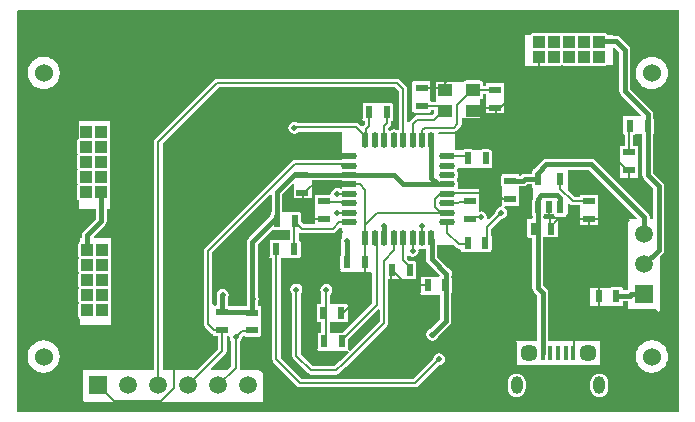
<source format=gtl>
G04 Layer_Physical_Order=1*
G04 Layer_Color=255*
%FSAX44Y44*%
%MOMM*%
G71*
G01*
G75*
%ADD10R,0.6000X1.0000*%
%ADD11R,1.0000X0.6000*%
%ADD12O,1.3500X0.5500*%
%ADD13O,0.5500X1.3500*%
%ADD14R,0.5500X1.1000*%
%ADD15R,1.2000X1.1000*%
%ADD16R,0.4000X1.3000*%
%ADD17C,0.2000*%
%ADD18C,0.4000*%
%ADD19R,1.0000X1.0000*%
%ADD20C,1.5240*%
%ADD21R,1.0000X1.0000*%
%ADD22C,1.4500*%
%ADD23O,1.0000X1.5000*%
%ADD24R,1.5000X1.5000*%
%ADD25C,1.5000*%
%ADD26R,1.5000X1.5000*%
%ADD27C,0.5000*%
G36*
X01068232Y00751931D02*
X01068120Y00751659D01*
X00507281D01*
Y01091003D01*
X00508098Y01091935D01*
X01068232D01*
Y00751931D01*
D02*
G37*
%LPC*%
G36*
X01045179Y00812229D02*
X01045014Y00812196D01*
X01044846Y00812207D01*
X01041974Y00811829D01*
X01041658Y00811722D01*
X01041331Y00811657D01*
X01038656Y00810549D01*
X01038378Y00810363D01*
X01038079Y00810216D01*
X01035781Y00808453D01*
X01035562Y00808202D01*
X01035311Y00807982D01*
X01033548Y00805684D01*
X01033400Y00805385D01*
X01033215Y00805108D01*
X01032107Y00802432D01*
X01032042Y00802105D01*
X01031935Y00801789D01*
X01031556Y00798918D01*
X01031578Y00798585D01*
X01031556Y00798252D01*
X01031935Y00795381D01*
X01032042Y00795065D01*
X01032107Y00794738D01*
X01033215Y00792062D01*
X01033400Y00791785D01*
X01033548Y00791486D01*
X01035311Y00789188D01*
X01035562Y00788968D01*
X01035781Y00788718D01*
X01038079Y00786954D01*
X01038378Y00786807D01*
X01038656Y00786622D01*
X01041331Y00785513D01*
X01041658Y00785448D01*
X01041974Y00785341D01*
X01044846Y00784963D01*
X01045014Y00784974D01*
X01045179Y00784941D01*
X01045343Y00784974D01*
X01045511Y00784963D01*
X01048383Y00785341D01*
X01048699Y00785448D01*
X01049025Y00785513D01*
X01051701Y00786622D01*
X01051979Y00786807D01*
X01052278Y00786954D01*
X01054576Y00788718D01*
X01054795Y00788968D01*
X01055046Y00789188D01*
X01056809Y00791486D01*
X01056957Y00791785D01*
X01057142Y00792062D01*
X01058250Y00794738D01*
X01058315Y00795065D01*
X01058422Y00795381D01*
X01058801Y00798252D01*
X01058779Y00798585D01*
X01058801Y00798918D01*
X01058422Y00801789D01*
X01058315Y00802105D01*
X01058250Y00802432D01*
X01057142Y00805108D01*
X01056957Y00805385D01*
X01056809Y00805684D01*
X01055046Y00807982D01*
X01054795Y00808202D01*
X01054576Y00808453D01*
X01052278Y00810216D01*
X01051979Y00810363D01*
X01051701Y00810549D01*
X01049025Y00811657D01*
X01048699Y00811722D01*
X01048383Y00811829D01*
X01045511Y00812207D01*
X01045343Y00812196D01*
X01045179Y00812229D01*
D02*
G37*
G36*
X00576911Y00997982D02*
X00559895Y00997981D01*
X00559970Y00983381D01*
X00559325Y00982951D01*
X00558773Y00982123D01*
X00558579Y00981148D01*
Y00971148D01*
X00558773Y00970173D01*
X00559023Y00969798D01*
X00558773Y00969424D01*
X00558579Y00968448D01*
Y00958448D01*
X00558773Y00957473D01*
X00559023Y00957098D01*
X00558773Y00956723D01*
X00558579Y00955748D01*
Y00945748D01*
X00558773Y00944773D01*
X00559023Y00944398D01*
X00558773Y00944024D01*
X00558579Y00943048D01*
Y00933048D01*
X00558773Y00932073D01*
X00559325Y00931246D01*
X00560152Y00930693D01*
X00560242Y00930675D01*
X00560278Y00923779D01*
X00574481D01*
Y00915251D01*
X00563992Y00904763D01*
X00562997Y00903274D01*
X00562648Y00901518D01*
Y00899086D01*
X00560712D01*
X00560730Y00895713D01*
X00560434Y00895515D01*
X00559881Y00894688D01*
X00559687Y00893712D01*
Y00883713D01*
X00559881Y00882737D01*
X00560131Y00882363D01*
X00559881Y00881988D01*
X00559687Y00881012D01*
Y00871013D01*
X00559881Y00870037D01*
X00560131Y00869662D01*
X00559881Y00869288D01*
X00559687Y00868313D01*
Y00858313D01*
X00559881Y00857337D01*
X00560131Y00856963D01*
X00559881Y00856588D01*
X00559687Y00855612D01*
Y00845613D01*
X00559881Y00844637D01*
X00560131Y00844262D01*
X00559881Y00843888D01*
X00559687Y00842913D01*
Y00832913D01*
X00559881Y00831937D01*
X00560434Y00831110D01*
X00561065Y00830688D01*
X00561095Y00824883D01*
X00586938D01*
Y00844109D01*
X00587291Y00844637D01*
X00587485Y00845613D01*
Y00855612D01*
X00587291Y00856588D01*
X00587041Y00856963D01*
X00587291Y00857337D01*
X00587485Y00858313D01*
Y00868313D01*
X00587291Y00869288D01*
X00587041Y00869662D01*
X00587291Y00870037D01*
X00587485Y00871013D01*
Y00881012D01*
X00587291Y00881988D01*
X00587041Y00882363D01*
X00587291Y00882737D01*
X00587485Y00883713D01*
Y00893712D01*
X00587291Y00894688D01*
X00586938Y00895217D01*
Y00899086D01*
X00577729Y00899086D01*
X00573089Y00899086D01*
X00572563Y00900356D01*
X00582313Y00910107D01*
X00583307Y00911595D01*
X00583657Y00913351D01*
Y00923779D01*
X00586120D01*
Y00931980D01*
X00586183Y00932073D01*
X00586377Y00933048D01*
Y00943048D01*
X00586183Y00944024D01*
X00586120Y00944117D01*
Y00944680D01*
X00586183Y00944773D01*
X00586377Y00945748D01*
Y00955748D01*
X00586183Y00956723D01*
X00586120Y00956817D01*
Y00957380D01*
X00586183Y00957473D01*
X00586377Y00958448D01*
Y00968448D01*
X00586183Y00969424D01*
X00586120Y00969517D01*
Y00970080D01*
X00586183Y00970173D01*
X00586377Y00971148D01*
Y00981148D01*
X00586183Y00982123D01*
X00586120Y00982217D01*
Y00982780D01*
X00586183Y00982873D01*
X00586377Y00983848D01*
Y00993848D01*
X00586183Y00994824D01*
X00586120Y00994917D01*
Y00997981D01*
X00576911Y00997982D01*
D02*
G37*
G36*
X00530178Y00812229D02*
X00530013Y00812196D01*
X00529846Y00812207D01*
X00526974Y00811829D01*
X00526658Y00811722D01*
X00526331Y00811657D01*
X00523655Y00810549D01*
X00523378Y00810363D01*
X00523079Y00810216D01*
X00520781Y00808453D01*
X00520561Y00808202D01*
X00520311Y00807982D01*
X00518548Y00805684D01*
X00518400Y00805385D01*
X00518215Y00805108D01*
X00517107Y00802432D01*
X00517041Y00802105D01*
X00516934Y00801789D01*
X00516556Y00798918D01*
X00516578Y00798585D01*
X00516556Y00798252D01*
X00516934Y00795381D01*
X00517041Y00795065D01*
X00517107Y00794738D01*
X00518215Y00792062D01*
X00518400Y00791785D01*
X00518548Y00791486D01*
X00520311Y00789188D01*
X00520561Y00788968D01*
X00520781Y00788718D01*
X00523079Y00786954D01*
X00523378Y00786807D01*
X00523655Y00786622D01*
X00526331Y00785513D01*
X00526658Y00785448D01*
X00526974Y00785341D01*
X00529846Y00784963D01*
X00530013Y00784974D01*
X00530178Y00784941D01*
X00530343Y00784974D01*
X00530511Y00784963D01*
X00533383Y00785341D01*
X00533698Y00785448D01*
X00534025Y00785513D01*
X00536701Y00786622D01*
X00536978Y00786807D01*
X00537277Y00786954D01*
X00539575Y00788718D01*
X00539795Y00788968D01*
X00540046Y00789188D01*
X00541809Y00791486D01*
X00541956Y00791785D01*
X00542142Y00792062D01*
X00543250Y00794738D01*
X00543315Y00795065D01*
X00543422Y00795381D01*
X00543800Y00798252D01*
X00543778Y00798585D01*
X00543800Y00798918D01*
X00543422Y00801789D01*
X00543315Y00802105D01*
X00543250Y00802432D01*
X00542142Y00805108D01*
X00541956Y00805385D01*
X00541809Y00805684D01*
X00540046Y00807982D01*
X00539795Y00808202D01*
X00539575Y00808453D01*
X00537277Y00810216D01*
X00536978Y00810363D01*
X00536701Y00810549D01*
X00534025Y00811657D01*
X00533698Y00811722D01*
X00533383Y00811829D01*
X00530511Y00812207D01*
X00530343Y00812196D01*
X00530178Y00812229D01*
D02*
G37*
G36*
X00930719Y00784207D02*
X00928761Y00783950D01*
X00926936Y00783194D01*
X00925369Y00781992D01*
X00924167Y00780425D01*
X00923411Y00778601D01*
X00923154Y00776643D01*
Y00771643D01*
X00923411Y00769685D01*
X00924167Y00767860D01*
X00925369Y00766294D01*
X00926936Y00765091D01*
X00928761Y00764336D01*
X00930719Y00764078D01*
X00932676Y00764336D01*
X00934501Y00765091D01*
X00936068Y00766294D01*
X00937270Y00767860D01*
X00938025Y00769685D01*
X00938283Y00771643D01*
Y00776643D01*
X00938025Y00778601D01*
X00937270Y00780425D01*
X00936068Y00781992D01*
X00934501Y00783194D01*
X00932676Y00783950D01*
X00930719Y00784207D01*
D02*
G37*
G36*
X01000718D02*
X00998761Y00783950D01*
X00996936Y00783194D01*
X00995369Y00781992D01*
X00994167Y00780425D01*
X00993411Y00778601D01*
X00993154Y00776643D01*
Y00771643D01*
X00993411Y00769685D01*
X00994167Y00767860D01*
X00995369Y00766294D01*
X00996936Y00765091D01*
X00998761Y00764336D01*
X01000718Y00764078D01*
X01002676Y00764336D01*
X01004501Y00765091D01*
X01006067Y00766294D01*
X01007270Y00767860D01*
X01008025Y00769685D01*
X01008283Y00771643D01*
Y00776643D01*
X01008025Y00778601D01*
X01007270Y00780425D01*
X01006067Y00781992D01*
X01004501Y00783194D01*
X01002676Y00783950D01*
X01000718Y00784207D01*
D02*
G37*
G36*
X01045179Y01052229D02*
X01045014Y01052196D01*
X01044846Y01052207D01*
X01041974Y01051829D01*
X01041658Y01051722D01*
X01041331Y01051657D01*
X01038656Y01050549D01*
X01038378Y01050363D01*
X01038079Y01050216D01*
X01035781Y01048453D01*
X01035562Y01048202D01*
X01035311Y01047982D01*
X01033548Y01045684D01*
X01033400Y01045385D01*
X01033215Y01045108D01*
X01032107Y01042432D01*
X01032042Y01042105D01*
X01031935Y01041789D01*
X01031556Y01038918D01*
X01031578Y01038585D01*
X01031556Y01038252D01*
X01031935Y01035381D01*
X01032042Y01035065D01*
X01032107Y01034738D01*
X01033215Y01032062D01*
X01033400Y01031785D01*
X01033548Y01031486D01*
X01035311Y01029188D01*
X01035562Y01028968D01*
X01035781Y01028718D01*
X01038079Y01026954D01*
X01038378Y01026807D01*
X01038656Y01026622D01*
X01041331Y01025513D01*
X01041658Y01025448D01*
X01041974Y01025341D01*
X01044846Y01024963D01*
X01045014Y01024974D01*
X01045179Y01024941D01*
X01045343Y01024974D01*
X01045511Y01024963D01*
X01048383Y01025341D01*
X01048699Y01025448D01*
X01049025Y01025513D01*
X01051701Y01026622D01*
X01051979Y01026807D01*
X01052278Y01026954D01*
X01054576Y01028718D01*
X01054795Y01028968D01*
X01055046Y01029188D01*
X01056809Y01031486D01*
X01056957Y01031785D01*
X01057142Y01032062D01*
X01058250Y01034738D01*
X01058315Y01035065D01*
X01058422Y01035381D01*
X01058801Y01038252D01*
X01058779Y01038585D01*
X01058801Y01038918D01*
X01058422Y01041789D01*
X01058315Y01042105D01*
X01058250Y01042432D01*
X01057142Y01045108D01*
X01056957Y01045385D01*
X01056809Y01045684D01*
X01055046Y01047982D01*
X01054795Y01048202D01*
X01054576Y01048453D01*
X01052278Y01050216D01*
X01051979Y01050363D01*
X01051701Y01050549D01*
X01049025Y01051657D01*
X01048699Y01051722D01*
X01048383Y01051829D01*
X01045511Y01052207D01*
X01045343Y01052196D01*
X01045179Y01052229D01*
D02*
G37*
G36*
X00530328Y01052397D02*
X00530163Y01052364D01*
X00529995Y01052375D01*
X00527123Y01051997D01*
X00526808Y01051890D01*
X00526481Y01051825D01*
X00523805Y01050717D01*
X00523527Y01050531D01*
X00523228Y01050384D01*
X00520931Y01048621D01*
X00520711Y01048370D01*
X00520460Y01048150D01*
X00518697Y01045853D01*
X00518549Y01045554D01*
X00518364Y01045276D01*
X00517256Y01042600D01*
X00517191Y01042273D01*
X00517084Y01041958D01*
X00516706Y01039086D01*
X00516727Y01038753D01*
X00516706Y01038421D01*
X00517084Y01035549D01*
X00517191Y01035233D01*
X00517256Y01034906D01*
X00518364Y01032230D01*
X00518549Y01031953D01*
X00518697Y01031654D01*
X00520460Y01029356D01*
X00520711Y01029137D01*
X00520931Y01028886D01*
X00523228Y01027123D01*
X00523527Y01026975D01*
X00523805Y01026790D01*
X00526481Y01025682D01*
X00526808Y01025617D01*
X00527123Y01025509D01*
X00529995Y01025131D01*
X00530163Y01025142D01*
X00530328Y01025109D01*
X00530493Y01025142D01*
X00530660Y01025131D01*
X00533532Y01025509D01*
X00533848Y01025617D01*
X00534175Y01025682D01*
X00536851Y01026790D01*
X00537128Y01026975D01*
X00537427Y01027123D01*
X00539725Y01028886D01*
X00539944Y01029137D01*
X00540195Y01029356D01*
X00541958Y01031654D01*
X00542106Y01031953D01*
X00542291Y01032230D01*
X00543399Y01034906D01*
X00543465Y01035233D01*
X00543572Y01035549D01*
X00543950Y01038421D01*
X00543928Y01038754D01*
X00543950Y01039086D01*
X00543572Y01041958D01*
X00543465Y01042273D01*
X00543399Y01042600D01*
X00542291Y01045276D01*
X00542106Y01045554D01*
X00541958Y01045853D01*
X00540195Y01048150D01*
X00539944Y01048370D01*
X00539725Y01048621D01*
X00537427Y01050384D01*
X00537128Y01050531D01*
X00536851Y01050717D01*
X00534175Y01051825D01*
X00533848Y01051890D01*
X00533532Y01051997D01*
X00530660Y01052375D01*
X00530493Y01052364D01*
X00530328Y01052397D01*
D02*
G37*
G36*
X01005699Y01072687D02*
X00995699D01*
X00994723Y01072493D01*
X00994349Y01072243D01*
X00993974Y01072493D01*
X00992999Y01072687D01*
X00982999D01*
X00982023Y01072493D01*
X00981649Y01072243D01*
X00981274Y01072493D01*
X00980299Y01072687D01*
X00970299D01*
X00969323Y01072493D01*
X00968949Y01072243D01*
X00968574Y01072493D01*
X00967599Y01072687D01*
X00957599D01*
X00956623Y01072493D01*
X00956249Y01072243D01*
X00955874Y01072493D01*
X00954899Y01072687D01*
X00944899D01*
X00943923Y01072493D01*
X00943096Y01071940D01*
X00942544Y01071113D01*
X00942539Y01071088D01*
X00938161D01*
X00938161Y01061879D01*
X00938161Y01044863D01*
X00957235Y01044961D01*
X00957599Y01044889D01*
X00967599D01*
X00968248Y01045018D01*
X00969614Y01045025D01*
X00970299Y01044889D01*
X00980299D01*
X00981274Y01045083D01*
X00981278Y01045085D01*
X00982014Y01045089D01*
X00982023Y01045083D01*
X00982999Y01044889D01*
X00992999D01*
X00993974Y01045083D01*
X00994076Y01045151D01*
X00994617Y01045154D01*
X00994723Y01045083D01*
X00995699Y01044889D01*
X01005699D01*
X01006674Y01045083D01*
X01006875Y01045217D01*
X01012364Y01045246D01*
Y01059694D01*
X01013634Y01060219D01*
X01017602Y01056252D01*
Y01023144D01*
X01017951Y01021388D01*
X01018946Y01019900D01*
X01035644Y01003202D01*
X01035158Y01002029D01*
X01020801D01*
Y00988517D01*
X01020365Y00988081D01*
X01020801Y00987209D01*
X01021237Y00986773D01*
X01021865D01*
X01022391Y00986422D01*
Y00976904D01*
X01020959D01*
X01020923Y00976897D01*
X01018507D01*
Y00974840D01*
X01018410Y00974355D01*
Y00968355D01*
X01018507Y00967871D01*
Y00949571D01*
X01033412D01*
X01033412Y00949571D01*
Y00967870D01*
X01033508Y00968355D01*
Y00974355D01*
X01033412Y00974840D01*
Y00976897D01*
X01030996D01*
X01030959Y00976904D01*
X01029528D01*
Y00986116D01*
X01029533D01*
X01030508Y00986310D01*
X01031201Y00986773D01*
X01036865D01*
X01036945Y00986720D01*
Y00952367D01*
X01037294Y00950611D01*
X01038289Y00949123D01*
X01046210Y00941201D01*
Y00914793D01*
X01043329D01*
Y00916552D01*
X01042980Y00918308D01*
X01041985Y00919797D01*
X00997101Y00964681D01*
X00995612Y00965675D01*
X00993857Y00966025D01*
X00955920D01*
X00954164Y00965675D01*
X00952675Y00964681D01*
X00945521Y00957527D01*
X00945230Y00957498D01*
X00944934Y00957795D01*
Y00957523D01*
X00944117Y00956706D01*
Y00955998D01*
X00943661Y00955316D01*
X00943467Y00954340D01*
Y00953428D01*
X00937696D01*
X00935940Y00953079D01*
X00934452Y00952085D01*
X00934090Y00951723D01*
X00932803D01*
Y00953298D01*
X00917898D01*
Y00951429D01*
X00917685Y00951110D01*
X00917491Y00950135D01*
Y00944135D01*
X00917685Y00943159D01*
X00917898Y00942840D01*
Y00926575D01*
X00917788Y00925881D01*
X00916952Y00925191D01*
X00915751Y00924952D01*
X00914097Y00923847D01*
X00912992Y00922193D01*
X00912604Y00920242D01*
X00912613Y00920199D01*
X00906629Y00914216D01*
X00906377Y00914259D01*
X00905380Y00915703D01*
X00905508Y00916348D01*
X00905120Y00918299D01*
X00904015Y00919953D01*
X00902361Y00921058D01*
X00900410Y00921446D01*
X00899893Y00921343D01*
X00898912Y00922149D01*
X00898912Y00927092D01*
X00898976Y00927415D01*
Y00933416D01*
X00898912Y00933739D01*
X00898912Y00940322D01*
X00881294Y00940322D01*
X00880615Y00941592D01*
X00881020Y00942198D01*
X00881427Y00944246D01*
X00881020Y00946294D01*
X00880366Y00947272D01*
X00879951Y00948246D01*
X00880366Y00949220D01*
X00881020Y00950198D01*
X00881427Y00952246D01*
X00881020Y00954294D01*
X00880366Y00955272D01*
X00879951Y00956246D01*
X00880366Y00957220D01*
X00880772Y00957827D01*
X00909923Y00957827D01*
Y00972210D01*
X00909534Y00972599D01*
X00909171Y00973143D01*
X00908344Y00973695D01*
X00907368Y00973889D01*
X00901368D01*
X00900393Y00973695D01*
X00899566Y00973143D01*
X00899526Y00973082D01*
X00894211D01*
X00894171Y00973143D01*
X00893344Y00973695D01*
X00892368Y00973889D01*
X00886368D01*
X00885393Y00973695D01*
X00884566Y00973143D01*
X00884526Y00973082D01*
X00878657D01*
Y00986756D01*
X00864392D01*
X00863939Y00987691D01*
X00864607Y00988858D01*
X00877730D01*
X00879095Y00989129D01*
X00880253Y00989903D01*
X00882977Y00992627D01*
X00883751Y00993785D01*
X00884023Y00995151D01*
Y01000736D01*
X00899784D01*
X00900056Y01000463D01*
Y01016306D01*
X00900528Y01016400D01*
X00901355Y01016952D01*
X00901907Y01017779D01*
X00902101Y01018755D01*
Y01020686D01*
X00904565D01*
Y01004345D01*
X00918948D01*
X00919820Y01005217D01*
Y01020675D01*
X00919946Y01021310D01*
Y01027310D01*
X00919820Y01027944D01*
Y01030062D01*
X00906308D01*
X00905872Y01030498D01*
X00905001Y01030062D01*
X00904565Y01029626D01*
Y01027823D01*
X00902101D01*
Y01029754D01*
X00901907Y01030730D01*
X00901355Y01031557D01*
X00900528Y01032109D01*
X00899552Y01032303D01*
X00887552D01*
X00886577Y01032109D01*
X00885750Y01031557D01*
X00885530Y01031227D01*
X00863531D01*
X00862486Y01031228D01*
X00861942Y01031772D01*
X00862214Y01030955D01*
X00862486Y01030683D01*
X00862486Y01029958D01*
Y01015322D01*
X00861251Y01014104D01*
X00857853D01*
X00857773Y01014511D01*
X00857323Y01015183D01*
Y01031696D01*
X00843811D01*
X00843376Y01032132D01*
X00842504Y01031696D01*
X00842068Y01031260D01*
Y01005980D01*
X00843450D01*
X00843615Y01005733D01*
X00844442Y01005181D01*
X00845418Y01004987D01*
X00855418D01*
X00856393Y01005181D01*
X00857220Y01005733D01*
X00857773Y01006560D01*
X00857853Y01006967D01*
X00861123D01*
Y01004569D01*
X00859224Y01002670D01*
X00846059D01*
X00844693Y01002398D01*
X00843535Y01001625D01*
X00840051Y00998140D01*
X00839413Y00997185D01*
X00838512Y00997262D01*
X00838143Y00997397D01*
Y01024960D01*
X00837871Y01026325D01*
X00837098Y01027483D01*
X00832087Y01032493D01*
X00830930Y01033267D01*
X00829564Y01033539D01*
X00676889D01*
X00675524Y01033267D01*
X00674366Y01032493D01*
X00624796Y00982924D01*
X00624023Y00981766D01*
X00623751Y00980400D01*
Y00786859D01*
X00563284D01*
Y00761396D01*
X00564526Y00760154D01*
X00716060D01*
Y00784374D01*
X00714197Y00786238D01*
Y00786238D01*
X00713319Y00785874D01*
X00712334Y00786859D01*
X00697109D01*
X00696143Y00788129D01*
X00696244Y00788635D01*
Y00811053D01*
X00696553Y00811260D01*
X00697658Y00812914D01*
X00698004Y00814655D01*
X00698224Y00814845D01*
X00699174Y00815545D01*
X00699174Y00815545D01*
Y00815546D01*
X00700772D01*
X00700945Y00815430D01*
X00701920Y00815236D01*
X00711920D01*
X00712896Y00815430D01*
X00713069Y00815546D01*
X00713557D01*
X00714429Y00816417D01*
Y00817584D01*
X00714469Y00817785D01*
Y00823785D01*
X00714429Y00823986D01*
Y00832584D01*
X00714469Y00832785D01*
Y00838785D01*
X00714429Y00838986D01*
Y00841262D01*
X00712283D01*
X00711920Y00841334D01*
X00711507D01*
Y00844336D01*
X00711909Y00844937D01*
X00712297Y00846888D01*
X00711909Y00848839D01*
X00711507Y00849440D01*
Y00893819D01*
X00723139Y00905450D01*
X00724464D01*
X00724812Y00905381D01*
X00730812D01*
X00731161Y00905450D01*
X00738895D01*
Y00897246D01*
X00738360Y00897140D01*
X00738258Y00897072D01*
X00731413D01*
X00731311Y00897140D01*
X00730336Y00897334D01*
X00724336D01*
X00723360Y00897140D01*
X00723258Y00897072D01*
X00721595D01*
Y00883560D01*
X00721159Y00883124D01*
X00721595Y00882252D01*
X00722031Y00881816D01*
X00723767D01*
Y00796142D01*
X00724039Y00794776D01*
X00724812Y00793618D01*
X00744776Y00773655D01*
X00745934Y00772881D01*
X00747299Y00772609D01*
X00844628D01*
X00845994Y00772881D01*
X00847152Y00773655D01*
X00864793Y00791296D01*
X00865009Y00791253D01*
X00866960Y00791641D01*
X00868614Y00792746D01*
X00869719Y00794400D01*
X00870107Y00796350D01*
X00869719Y00798301D01*
X00868614Y00799955D01*
X00866960Y00801060D01*
X00865009Y00801448D01*
X00863058Y00801060D01*
X00861404Y00799955D01*
X00860299Y00798301D01*
X00859950Y00796547D01*
X00843150Y00779747D01*
X00748778D01*
X00730904Y00797620D01*
Y00881816D01*
X00747311D01*
Y00883242D01*
X00747690Y00883809D01*
X00747884Y00884785D01*
Y00894785D01*
X00747690Y00895760D01*
X00747138Y00896587D01*
X00746492Y00897019D01*
X00746439Y00897072D01*
X00746413D01*
X00746311Y00897140D01*
X00746032Y00897195D01*
Y00902924D01*
X00747302Y00903602D01*
X00747432Y00903515D01*
X00748798Y00903244D01*
X00774816D01*
X00776181Y00903515D01*
X00777339Y00904289D01*
X00781422Y00908372D01*
X00782553Y00907617D01*
Y00899155D01*
X00782110Y00898491D01*
X00781721Y00896540D01*
X00782110Y00894589D01*
X00782231Y00894407D01*
Y00885561D01*
X00781736D01*
Y00884216D01*
X00781713Y00884182D01*
X00781519Y00883206D01*
Y00873206D01*
X00781713Y00872231D01*
X00781736Y00872196D01*
Y00872049D01*
X00781300Y00871613D01*
X00781736Y00870742D01*
X00782172Y00870306D01*
X00807452D01*
X00808469Y00869696D01*
Y00843689D01*
X00783662Y00818882D01*
X00772459D01*
Y00827737D01*
X00787632D01*
Y00842121D01*
X00786760Y00842992D01*
X00772459D01*
Y00850853D01*
X00773260Y00851388D01*
X00774366Y00853042D01*
X00774754Y00854993D01*
X00774366Y00856944D01*
X00773260Y00858598D01*
X00771607Y00859703D01*
X00769656Y00860091D01*
X00767705Y00859703D01*
X00766051Y00858598D01*
X00764946Y00856944D01*
X00764558Y00854993D01*
X00764946Y00853042D01*
X00765322Y00852479D01*
Y00842992D01*
X00761916D01*
Y00841545D01*
X00761689Y00841205D01*
X00761495Y00840229D01*
Y00830229D01*
X00761689Y00829254D01*
X00761689Y00829253D01*
X00761480Y00829045D01*
X00761916Y00828173D01*
X00762352Y00827737D01*
X00763757D01*
X00764043Y00827680D01*
X00765322D01*
Y00818882D01*
X00762461D01*
Y00817434D01*
X00762370Y00817298D01*
X00762176Y00816323D01*
Y00806323D01*
X00762370Y00805347D01*
X00762397Y00805306D01*
X00762025Y00804934D01*
X00762461Y00804062D01*
X00762897Y00803626D01*
X00786975D01*
X00787793Y00803626D01*
X00788419Y00802457D01*
X00784432Y00798469D01*
X00784423Y00798463D01*
X00780909Y00794949D01*
X00780903Y00794940D01*
X00776459Y00790496D01*
X00758144D01*
X00747789Y00800852D01*
Y00851589D01*
X00747825Y00851613D01*
X00748930Y00853267D01*
X00749318Y00855218D01*
X00748930Y00857169D01*
X00747825Y00858823D01*
X00746171Y00859928D01*
X00744220Y00860316D01*
X00742269Y00859928D01*
X00740615Y00858823D01*
X00739510Y00857169D01*
X00739122Y00855218D01*
X00739510Y00853267D01*
X00740615Y00851613D01*
X00740651Y00851589D01*
Y00799374D01*
X00740923Y00798008D01*
X00741697Y00796850D01*
X00754143Y00784404D01*
X00755300Y00783631D01*
X00756666Y00783359D01*
X00777937D01*
X00779303Y00783631D01*
X00780460Y00784404D01*
X00785955Y00789899D01*
X00785961Y00789908D01*
X00789464Y00793411D01*
X00789473Y00793417D01*
X00820657Y00824601D01*
X00821431Y00825759D01*
X00821703Y00827124D01*
Y00864516D01*
X00845525D01*
Y00866111D01*
X00845564Y00866169D01*
X00845758Y00867145D01*
Y00877145D01*
X00845564Y00878120D01*
X00845525Y00878178D01*
Y00878900D01*
X00844653Y00879772D01*
X00839800D01*
X00838143Y00881429D01*
Y00883674D01*
X00839413Y00884299D01*
X00840567Y00883528D01*
X00842518Y00883140D01*
X00844469Y00883528D01*
X00846123Y00884633D01*
X00847228Y00886287D01*
X00847616Y00888238D01*
X00847468Y00888980D01*
X00848526Y00889801D01*
X00850574Y00889393D01*
X00852623Y00889801D01*
X00852883Y00889974D01*
X00854003Y00889376D01*
Y00881014D01*
X00854352Y00879258D01*
X00855347Y00877769D01*
X00865560Y00867556D01*
X00865034Y00866286D01*
X00849641D01*
Y00852774D01*
X00849205Y00852338D01*
X00849641Y00851467D01*
X00850077Y00851031D01*
X00865854D01*
Y00830178D01*
X00857504Y00821829D01*
X00857289Y00821786D01*
X00855636Y00820681D01*
X00854530Y00819027D01*
X00854142Y00817076D01*
X00854530Y00815125D01*
X00855636Y00813472D01*
X00857289Y00812366D01*
X00859240Y00811978D01*
X00861191Y00812366D01*
X00862845Y00813472D01*
X00863950Y00815125D01*
X00863993Y00815340D01*
X00873686Y00825034D01*
X00874681Y00826522D01*
X00875030Y00828278D01*
Y00851031D01*
X00875357D01*
Y00852728D01*
X00875600Y00853092D01*
X00875795Y00854068D01*
Y00864068D01*
X00875600Y00865043D01*
X00875512Y00865175D01*
Y00866547D01*
X00875634Y00866729D01*
X00876022Y00868680D01*
X00875634Y00870631D01*
X00874529Y00872285D01*
X00872875Y00873390D01*
X00872660Y00873433D01*
X00863179Y00882914D01*
Y00892188D01*
X00863520Y00892698D01*
X00863600Y00893102D01*
X00876892D01*
X00878965Y00891029D01*
X00880123Y00890255D01*
X00881489Y00889984D01*
X00882950D01*
X00883367Y00888714D01*
X00883226Y00888573D01*
X00883662Y00887701D01*
X00884098Y00887265D01*
X00909378D01*
Y00888690D01*
X00909553Y00888952D01*
X00909747Y00889927D01*
Y00899927D01*
X00909553Y00900903D01*
X00909378Y00901165D01*
Y00901648D01*
X00909257Y00901769D01*
Y00906750D01*
X00917659Y00915153D01*
X00917702Y00915144D01*
X00919653Y00915532D01*
X00921307Y00916637D01*
X00922412Y00918291D01*
X00922800Y00920242D01*
X00922412Y00922193D01*
X00921307Y00923847D01*
X00920027Y00924702D01*
X00920413Y00925972D01*
X00932803D01*
X00932803Y00925972D01*
Y00942546D01*
X00935990D01*
X00937746Y00942896D01*
X00939234Y00943890D01*
X00939596Y00944252D01*
X00943467D01*
Y00943340D01*
X00943661Y00942365D01*
X00944117Y00941682D01*
Y00931998D01*
X00943661Y00931315D01*
X00943467Y00930340D01*
Y00919340D01*
X00943661Y00918364D01*
X00944177Y00917591D01*
Y00917117D01*
X00943940Y00915924D01*
Y00914916D01*
X00939739D01*
Y00912231D01*
X00939601Y00911540D01*
Y00901540D01*
X00939647Y00901312D01*
X00939303Y00900968D01*
X00939739Y00900097D01*
X00940175Y00899661D01*
X00940463D01*
X00941175Y00899185D01*
X00942150Y00898991D01*
X00943940D01*
Y00856360D01*
X00944290Y00854604D01*
X00945284Y00853116D01*
X00948130Y00850269D01*
Y00811700D01*
X00932357D01*
X00931183Y00811700D01*
X00930009Y00811700D01*
X00929388Y00812321D01*
X00928766Y00812321D01*
X00930630Y00810458D01*
X00930630Y00810430D01*
Y00791206D01*
X01001428D01*
Y00811700D01*
X00957307D01*
Y00852170D01*
X00956957Y00853926D01*
X00955963Y00855414D01*
X00953117Y00858260D01*
Y00899661D01*
X00965455D01*
Y00914044D01*
X00964583Y00914916D01*
X00954401D01*
X00953354Y00916161D01*
Y00917591D01*
X00953871Y00918364D01*
X00953965Y00918837D01*
X00962567D01*
X00962661Y00918364D01*
X00963214Y00917538D01*
X00964041Y00916985D01*
X00965016Y00916791D01*
X00970516D01*
X00971491Y00916985D01*
X00972318Y00917538D01*
X00972871Y00918364D01*
X00972965Y00918837D01*
X00973792D01*
Y00928084D01*
X00974965Y00928570D01*
X00975847Y00927688D01*
X00977005Y00926915D01*
X00978370Y00926643D01*
X00984049D01*
Y00909809D01*
X00998432D01*
X00999304Y00910681D01*
Y00925759D01*
X00999623Y00926236D01*
X00999817Y00927212D01*
Y00933212D01*
X00999623Y00934187D01*
X00999304Y00934664D01*
Y00935525D01*
X00998305D01*
X00998244Y00935566D01*
X00997268Y00935760D01*
X00987268D01*
X00986293Y00935566D01*
X00986231Y00935525D01*
X00985792D01*
X00985356Y00935961D01*
X00984485Y00935525D01*
X00984049Y00935089D01*
Y00933780D01*
X00979849D01*
X00973792Y00939837D01*
Y00956706D01*
X00975003Y00956848D01*
X00991956D01*
X01032838Y00915966D01*
X01032352Y00914793D01*
X01027690D01*
X01026580Y00914793D01*
X01025959Y00915414D01*
X01026580Y00914172D01*
X01024717Y00912309D01*
Y00854827D01*
X01020630D01*
Y00855239D01*
X01020436Y00856214D01*
X01020370Y00856314D01*
Y00856415D01*
X01020302D01*
X01019884Y00857041D01*
X01019057Y00857594D01*
X01018082Y00857787D01*
X01012082D01*
X01011106Y00857594D01*
X01010279Y00857041D01*
X01009861Y00856415D01*
X00993044D01*
Y00841510D01*
X00993044Y00841510D01*
X01020370D01*
Y00844164D01*
X01020436Y00844263D01*
X01020630Y00845239D01*
Y00845650D01*
X01024717D01*
Y00838405D01*
X01048938D01*
X01050801Y00836542D01*
X01052043Y00837784D01*
Y00883400D01*
X01054042Y00885400D01*
X01055037Y00886888D01*
X01055386Y00888644D01*
Y00943102D01*
X01055037Y00944858D01*
X01054042Y00946346D01*
X01046121Y00954267D01*
Y00986720D01*
X01046201Y00986773D01*
X01046517D01*
Y00987134D01*
X01046888Y00987690D01*
X01047082Y00988665D01*
Y00998665D01*
X01046888Y00999641D01*
X01046517Y01000196D01*
Y01001157D01*
X01046121Y01001553D01*
Y01003801D01*
X01045772Y01005557D01*
X01044777Y01007045D01*
X01026778Y01025044D01*
Y01058152D01*
X01026429Y01059908D01*
X01025435Y01061396D01*
X01017943Y01068889D01*
X01016454Y01069883D01*
X01014698Y01070232D01*
X01012364D01*
Y01071088D01*
X01008059D01*
X01008054Y01071113D01*
X01007501Y01071940D01*
X01006674Y01072493D01*
X01005699Y01072687D01*
D02*
G37*
%LPD*%
G36*
X00687810Y00814897D02*
X00687863Y00814799D01*
X00687865Y00814791D01*
X00688238Y00812914D01*
X00689107Y00811613D01*
Y00790113D01*
X00685852Y00786859D01*
X00672205D01*
X00671719Y00788032D01*
X00684005Y00800318D01*
X00684779Y00801476D01*
X00685051Y00802842D01*
Y00815685D01*
X00686306D01*
X00686735Y00815770D01*
X00687810Y00814897D01*
D02*
G37*
G36*
X00782553Y00947617D02*
Y00940875D01*
X00781566Y00940216D01*
X00780461Y00940954D01*
X00778510Y00941342D01*
X00776559Y00940954D01*
X00774905Y00939849D01*
X00773800Y00938195D01*
X00773531Y00936840D01*
X00772810Y00935985D01*
X00772219Y00935731D01*
X00762596D01*
X00761621Y00935537D01*
X00761277Y00935307D01*
X00761099Y00935484D01*
X00760227Y00935049D01*
X00759791Y00934613D01*
Y00910381D01*
X00750276D01*
X00748361Y00912296D01*
Y00917930D01*
X00748196Y00918758D01*
Y00919834D01*
X00747325Y00920705D01*
X00732408D01*
Y00936381D01*
X00740910Y00944882D01*
X00742083Y00944396D01*
Y00933035D01*
X00756467D01*
X00757338Y00933906D01*
Y00947658D01*
X00782491D01*
X00782553Y00947617D01*
D02*
G37*
G36*
X00723232Y00935220D02*
Y00920705D01*
X00722480D01*
Y00918940D01*
X00722457Y00918905D01*
X00722263Y00917930D01*
Y00917552D01*
X00703675Y00898963D01*
X00702680Y00897475D01*
X00702331Y00895719D01*
Y00848043D01*
X00702101Y00846888D01*
X00702331Y00845733D01*
Y00841334D01*
X00701920D01*
X00701557Y00841262D01*
X00700917D01*
X00700481Y00841697D01*
X00699610Y00841262D01*
X00699465Y00841117D01*
X00688479D01*
Y00841670D01*
X00686874D01*
X00686306Y00841783D01*
X00685894D01*
Y00847974D01*
X00686368Y00848683D01*
X00686756Y00850634D01*
X00686368Y00852585D01*
X00685263Y00854239D01*
X00683609Y00855344D01*
X00681658Y00855732D01*
X00679707Y00855344D01*
X00678053Y00854239D01*
X00676948Y00852585D01*
X00676560Y00850634D01*
X00676718Y00849840D01*
Y00841783D01*
X00676306D01*
X00675739Y00841670D01*
X00674967D01*
X00674532Y00842106D01*
X00674289Y00841985D01*
X00673019Y00842722D01*
Y00886666D01*
X00722059Y00935706D01*
X00723232Y00935220D01*
D02*
G37*
G36*
X00814565Y00837895D02*
Y00828603D01*
X00789346Y00803384D01*
X00788177Y00804010D01*
X00788177Y00804737D01*
Y00805837D01*
X00788274Y00806323D01*
Y00813400D01*
X00813295Y00838421D01*
X00814565Y00837895D01*
D02*
G37*
G36*
X00831006Y01023481D02*
Y00990627D01*
X00829770Y00989966D01*
X00829601Y00990038D01*
X00828623Y00990691D01*
X00826574Y00991099D01*
X00824526Y00990691D01*
X00823245Y00989835D01*
X00821975Y00990424D01*
Y00992378D01*
X00823253Y00993657D01*
X00824027Y00994815D01*
X00824298Y00996180D01*
Y00997999D01*
X00824705Y00998080D01*
X00824908Y00998216D01*
X00826114D01*
Y00999607D01*
X00826279Y01000435D01*
Y01010435D01*
X00826114Y01011264D01*
Y01012599D01*
X00825242Y01013471D01*
X00800398D01*
Y01011445D01*
X00800375Y01011411D01*
X00800181Y01010435D01*
Y01000435D01*
X00800296Y00999857D01*
X00799962Y00999523D01*
X00800398Y00998652D01*
X00800834Y00998216D01*
X00801552D01*
X00801754Y00998080D01*
X00802161Y00997999D01*
Y00995138D01*
X00800967Y00993944D01*
X00800809Y00993708D01*
X00799174Y00993548D01*
X00797568Y00995154D01*
X00796410Y00995928D01*
X00795044Y00996199D01*
X00745359D01*
X00744376Y00996856D01*
X00742425Y00997244D01*
X00740474Y00996856D01*
X00738820Y00995751D01*
X00737715Y00994097D01*
X00737327Y00992146D01*
X00737715Y00990195D01*
X00738820Y00988541D01*
X00740474Y00987436D01*
X00742425Y00987048D01*
X00744376Y00987436D01*
X00746030Y00988541D01*
X00746377Y00989062D01*
X00782553D01*
Y00965209D01*
X00742947D01*
X00741581Y00964938D01*
X00740423Y00964164D01*
X00666927Y00890667D01*
X00666153Y00889510D01*
X00665882Y00888144D01*
Y00826239D01*
X00666153Y00824873D01*
X00666927Y00823715D01*
X00671899Y00818743D01*
X00673056Y00817970D01*
X00673224Y00817936D01*
Y00815954D01*
X00675219D01*
X00675331Y00815879D01*
X00676306Y00815685D01*
X00677913D01*
Y00804320D01*
X00660452Y00786859D01*
X00630888D01*
Y00978922D01*
X00678367Y01026401D01*
X00828086D01*
X00831006Y01023481D01*
D02*
G37*
D10*
X00767725Y00811323D02*
D03*
X00782725D02*
D03*
X00782043Y00835229D02*
D03*
X00767043D02*
D03*
X00825209Y00872145D02*
D03*
X00855246Y00859068D02*
D03*
X00870246D02*
D03*
X00840209Y00872145D02*
D03*
X00889198Y00894927D02*
D03*
X00904198D02*
D03*
X00945150Y00906540D02*
D03*
X00960150D02*
D03*
X01000082Y00850239D02*
D03*
X01015081D02*
D03*
X00904368Y00966340D02*
D03*
X00889368D02*
D03*
X00820730Y01005435D02*
D03*
X00805730D02*
D03*
X00727812Y00912930D02*
D03*
X00727336Y00889785D02*
D03*
X00742335D02*
D03*
X00742812Y00912930D02*
D03*
X00787068Y00878206D02*
D03*
X00802068D02*
D03*
X01026533Y00993665D02*
D03*
X01041533D02*
D03*
D11*
X00706920Y00820785D02*
D03*
Y00835785D02*
D03*
X00681306Y00836234D02*
D03*
Y00821234D02*
D03*
X00767596Y00915182D02*
D03*
Y00930182D02*
D03*
X00749207Y00952318D02*
D03*
Y00937318D02*
D03*
X00850418Y01010536D02*
D03*
Y01025536D02*
D03*
X00912397Y01009310D02*
D03*
Y01024310D02*
D03*
X00925040Y00947134D02*
D03*
Y00932135D02*
D03*
X00891427Y00930415D02*
D03*
Y00915415D02*
D03*
X00992268Y00915211D02*
D03*
Y00930211D02*
D03*
X01025959Y00956355D02*
D03*
Y00971355D02*
D03*
D12*
X00872075Y00912246D02*
D03*
Y00920246D02*
D03*
Y00928246D02*
D03*
Y00936246D02*
D03*
Y00944246D02*
D03*
Y00952246D02*
D03*
Y00960246D02*
D03*
Y00968246D02*
D03*
X00789074D02*
D03*
Y00960246D02*
D03*
Y00952246D02*
D03*
Y00944246D02*
D03*
Y00936246D02*
D03*
Y00928246D02*
D03*
Y00920246D02*
D03*
Y00912246D02*
D03*
D13*
X00842574Y00898746D02*
D03*
X00850574D02*
D03*
X00858574D02*
D03*
X00834574D02*
D03*
X00826574D02*
D03*
X00818574D02*
D03*
X00810574D02*
D03*
X00802574D02*
D03*
X00842574Y00981746D02*
D03*
X00850574D02*
D03*
X00858574D02*
D03*
X00834574D02*
D03*
X00826574D02*
D03*
X00818574D02*
D03*
X00810574D02*
D03*
X00802574D02*
D03*
D14*
X00948766Y00924840D02*
D03*
X00958266D02*
D03*
X00967766D02*
D03*
Y00948840D02*
D03*
X00948766D02*
D03*
D15*
X00893552Y01006475D02*
D03*
Y01024255D02*
D03*
X00869672Y01024284D02*
D03*
Y01006475D02*
D03*
D16*
X00952718Y00801143D02*
D03*
X00959218D02*
D03*
X00965718D02*
D03*
X00972218D02*
D03*
X00978718D02*
D03*
D17*
X00629920Y00760984D02*
X00640842Y00771906D01*
Y00869442D01*
X00732656Y00961256D01*
Y00985479D01*
X00720601Y00997535D01*
X00732724Y00968384D02*
X00732862Y00968246D01*
X00789074D01*
X00802574Y00981746D02*
Y00985101D01*
X00803490Y00984185D01*
Y00991421D01*
X00805730Y00993660D01*
Y01005435D01*
X00795044Y00992631D02*
X00802574Y00985101D01*
X00787680Y00961641D02*
X00789074Y00960246D01*
X00787680Y00961641D02*
X00742947D01*
X00669450Y00888144D01*
Y00826239D01*
X00674422Y00821267D01*
X00680620D01*
X00681482Y00820313D02*
Y00802842D01*
X00652719Y00774079D01*
X00678120D02*
X00692676Y00788635D01*
Y00815104D01*
X00698090Y00820518D01*
X00708431D01*
X00727336Y00796142D02*
X00747299Y00776178D01*
X00844628D01*
X00864993Y00796543D01*
X00855730Y00859544D02*
X00837809D01*
X00825209Y00872145D01*
X00824332Y00872281D02*
X00824536Y00872485D01*
X00824332Y00872281D02*
Y00824840D01*
X00789432Y00789940D01*
X00818134Y00827124D02*
Y00879773D01*
X00826852Y00888491D01*
Y00898980D01*
X00834574Y00898746D02*
Y00879951D01*
X00840269Y00874256D01*
X00842518Y00888238D02*
X00842574Y00888294D01*
Y00898746D01*
X00850574D02*
Y00909320D01*
X00850646D01*
X00872075Y00912246D02*
Y00902966D01*
X00881489Y00893552D01*
X00887823D01*
X00887980Y00893395D01*
X00888968D01*
X00905689Y00894110D02*
Y00908229D01*
X00917702Y00920242D01*
X00919019Y00932135D02*
X00925040D01*
X00919019D02*
X00916484Y00934669D01*
X00913010D01*
X00906277D01*
X00903621Y00937326D01*
X00873154D01*
X00872075Y00936246D01*
X00866900Y00936985D02*
X00861822Y00931907D01*
Y00925172D01*
X00866748Y00920246D01*
X00872075D01*
X00866748D02*
X00812550D01*
X00802574Y00910270D01*
Y00939671D01*
X00798000Y00944246D01*
X00789074D01*
X00788642Y00944409D02*
X00787212Y00942979D01*
X00756699D01*
X00753157Y00939437D01*
Y00937598D01*
X00750773Y00937870D02*
X00749888Y00936985D01*
Y00924317D01*
X00759423Y00914781D01*
X00769095D01*
X00778510Y00920242D02*
X00778514Y00920246D01*
X00789074D01*
Y00929131D02*
X00767801D01*
X00778510Y00936244D02*
X00778512Y00936246D01*
X00789074D01*
Y00912246D02*
X00780249D01*
X00774816Y00906812D01*
X00748798D01*
X00743622Y00911989D01*
X00742464D02*
Y00888900D01*
X00744220Y00855218D02*
Y00799374D01*
X00756666Y00786928D01*
X00777937D01*
X00783432Y00792422D01*
Y00792425D01*
X00786947Y00795940D01*
X00786949D01*
X00818134Y00827124D01*
X00812038Y00842211D02*
Y00893379D01*
X00810574Y00894842D01*
Y00898746D01*
X00802574D02*
Y00910270D01*
Y00898746D02*
Y00878070D01*
X00802068Y00878206D02*
Y00854308D01*
X00782580Y00834820D01*
X00782182Y00813424D02*
X00783251D01*
X00812038Y00842211D01*
X00768890Y00854228D02*
X00769656Y00854993D01*
X00768890Y00854228D02*
Y00811323D01*
Y00811323D01*
X00727336Y00796142D02*
Y00889785D01*
X00818406Y00982346D02*
Y00993857D01*
X00820730Y00996180D01*
Y01005435D01*
X00834574Y00981746D02*
Y01024960D01*
X00829564Y01029970D01*
X00676889D01*
X00627319Y00980400D01*
Y00774079D01*
X00629920Y00760984D02*
X00589615D01*
X00576520Y00774079D01*
X00795044Y00992631D02*
X00742260D01*
X00850758Y00990042D02*
X00853142Y00992426D01*
X00877730D01*
X00880454Y00995151D01*
Y01011565D01*
X00888831Y01019943D01*
X00890875D01*
X00893552Y01024255D02*
X00912104D01*
X00912397Y01009310D02*
X00893659D01*
X00892782Y01008432D01*
X00913215Y01009454D02*
Y00994810D01*
X00934582Y00973444D01*
X00934601Y00973424D01*
X00934582Y00973444D02*
X00934834Y00973696D01*
X00949858D01*
X00949899Y00973737D01*
Y01052438D01*
X00915599Y01038400D02*
X00924249Y01029750D01*
Y01017286D01*
X00915394Y01008432D01*
X00934582Y00973444D02*
X00913010Y00951872D01*
Y00934669D01*
X00913010Y00934669D01*
X00889645Y00929697D02*
X00882831D01*
X00881380Y00928246D01*
X00872075D01*
X00892926Y00916416D02*
X00900342D01*
X00900410Y00916348D01*
X00958530Y00907727D02*
X00966013Y00915211D01*
X00992268D01*
X01005482D01*
X00992268D02*
Y00886400D01*
X01000082Y00878586D01*
Y00850239D01*
Y00836823D01*
X00978941Y00815682D01*
Y00801174D01*
X00958530Y00907727D02*
Y00915924D01*
X00958266Y00916188D01*
Y00924840D01*
X00978370Y00930211D02*
X00992268D01*
X01025959Y00946339D02*
Y00956355D01*
X01023874D01*
X01006533Y00973696D01*
X00949858D01*
X00967766Y00948840D02*
Y00940816D01*
X00978370Y00930211D01*
X01025959Y00971355D02*
Y00993482D01*
X00915599Y01038400D02*
X00877934D01*
X00869672Y01030139D01*
Y01025536D01*
X00850418D01*
Y01010536D02*
X00868815D01*
X00869557Y01009794D01*
X00868194Y01006593D02*
X00860702Y00999101D01*
X00846059D01*
X00842574Y00995617D01*
Y00981746D01*
X00850758Y00981052D02*
Y00990042D01*
X00872075Y00968246D02*
X00889511D01*
X00889513Y00968247D01*
X00869672Y01024284D02*
Y01025536D01*
D18*
X00706919Y00835502D02*
Y00836529D01*
Y00895719D01*
X00727820Y00916620D01*
Y00938281D01*
X00742666Y00953127D01*
X00751522D01*
X00751046Y00952246D02*
X00789074D01*
X00826516D01*
X00834516Y00944246D01*
X00864288D01*
X00872075D01*
X00864288D02*
X00858574Y00949960D01*
Y00981746D01*
X00818574Y00909266D02*
Y00898746D01*
X00858591Y00881014D02*
Y00897277D01*
Y00881014D02*
X00870924Y00868680D01*
Y00859414D01*
X00870442Y00858931D01*
Y00859068D01*
Y00858931D02*
Y00828278D01*
X00859240Y00817076D01*
X00787416Y00878036D02*
X00786819Y00878633D01*
Y00896540D01*
X00707592Y00836529D02*
X00706919D01*
X00682122D01*
X00681306Y00836234D02*
Y00850763D01*
X00581208Y00936917D02*
X00579069D01*
Y00936917D01*
Y00936917D02*
X00578660D01*
X00579069D02*
Y00913351D01*
X00567236Y00901518D01*
Y00888712D01*
X00925040Y00947134D02*
X00935990D01*
X00937696Y00948840D01*
X00948766D01*
Y00954283D01*
X00955920Y00961436D01*
X00993857D01*
X01038741Y00916552D01*
Y00902522D01*
X01038691Y00876537D02*
X01050798Y00888644D01*
Y00943102D01*
X01041533Y00952367D01*
Y00993665D01*
Y01003801D01*
X01022190Y01023144D01*
Y01058152D01*
X01014698Y01065644D01*
X01000259D01*
X00951560Y00934974D02*
X00965200D01*
X00967766Y00932408D01*
Y00924840D01*
X00948766D02*
Y00932180D01*
X00951560Y00934974D01*
X00948766Y00924840D02*
Y00916161D01*
X00948529Y00915924D01*
Y00856360D01*
X00952718Y00852170D01*
Y00801143D01*
X01015081Y00850239D02*
X01026414D01*
X01027312Y00851137D01*
X01038691D01*
D19*
X00567236Y00837913D02*
D03*
X00579936D02*
D03*
Y00850612D02*
D03*
Y00863313D02*
D03*
X00567236D02*
D03*
Y00850612D02*
D03*
Y00876012D02*
D03*
Y00888712D02*
D03*
X00579936D02*
D03*
Y00876012D02*
D03*
X00578828Y00938048D02*
D03*
X00566128D02*
D03*
Y00950748D02*
D03*
X00578828D02*
D03*
Y00963448D02*
D03*
X00566128D02*
D03*
Y00976148D02*
D03*
X00578828D02*
D03*
Y00988848D02*
D03*
X00566128D02*
D03*
D20*
X00530178Y00798585D02*
D03*
X00530328Y01038753D02*
D03*
X01045179Y00798585D02*
D03*
Y01038585D02*
D03*
D21*
X01000699Y01052438D02*
D03*
Y01065138D02*
D03*
X00987999D02*
D03*
Y01052438D02*
D03*
X00975299D02*
D03*
Y01065138D02*
D03*
X00962599D02*
D03*
Y01052438D02*
D03*
X00949899D02*
D03*
Y01065138D02*
D03*
D22*
X00940719Y00801143D02*
D03*
X00990718D02*
D03*
D23*
X00930719Y00774143D02*
D03*
X01000718D02*
D03*
D24*
X01038691Y00851137D02*
D03*
D25*
X00703520Y00774079D02*
D03*
X00678120D02*
D03*
X00652719D02*
D03*
X00627319D02*
D03*
X00601920D02*
D03*
X01038691Y00876537D02*
D03*
Y00901937D02*
D03*
D26*
X00576520Y00774079D02*
D03*
D27*
X00712155Y00755473D02*
D03*
X00730000Y00777540D02*
D03*
X00741715Y00791639D02*
D03*
X00751795Y00801787D02*
D03*
X00785986Y00767120D02*
D03*
X00789432Y00789940D02*
D03*
X00808530Y00808053D02*
D03*
X00825353Y00837817D02*
D03*
X00851303Y00824536D02*
D03*
X00859240Y00817076D02*
D03*
X00865009Y00796350D02*
D03*
X00906131Y00766370D02*
D03*
X00939914Y00837749D02*
D03*
X00978941Y00817112D02*
D03*
X00963071Y00839929D02*
D03*
X00978055Y00882702D02*
D03*
X01040716Y00932558D02*
D03*
X01025868Y00946997D02*
D03*
X01003664Y00966885D02*
D03*
X00981869Y00948359D02*
D03*
X01005503Y00915122D02*
D03*
X01059514Y00878887D02*
D03*
X01016741Y00763918D02*
D03*
X01059514Y00762829D02*
D03*
X00931468Y00884336D02*
D03*
X00890875Y00832028D02*
D03*
X00871872Y00816703D02*
D03*
X00840882Y00783125D02*
D03*
X00841631Y00767528D02*
D03*
X00821131Y00755268D02*
D03*
X00775633Y00796952D02*
D03*
X00791911Y00831960D02*
D03*
X00811186Y00829780D02*
D03*
X00824740Y00855185D02*
D03*
X00850009Y00878683D02*
D03*
X00842518Y00888238D02*
D03*
X00873507Y00878547D02*
D03*
X00870924Y00868680D02*
D03*
X00850646Y00909320D02*
D03*
X00818574Y00909266D02*
D03*
X00888900Y00943796D02*
D03*
X00900410Y00916348D02*
D03*
X00917702Y00920242D02*
D03*
X00911580Y00944545D02*
D03*
X00888968Y00976421D02*
D03*
X00906949Y00993312D02*
D03*
X00931196Y01039081D02*
D03*
X00957895Y01004754D02*
D03*
X01003392Y01037447D02*
D03*
X01058697Y00994401D02*
D03*
X01056517Y01085396D02*
D03*
X00866628D02*
D03*
X00819700Y01018172D02*
D03*
X00804784Y01039354D02*
D03*
X00779311Y00985684D02*
D03*
X00742425Y00992146D02*
D03*
X00761535Y00967975D02*
D03*
X00761291Y00942903D02*
D03*
X00752067Y00916620D02*
D03*
X00781082Y00904224D02*
D03*
X00786819Y00896540D02*
D03*
X00776519Y00887537D02*
D03*
X00769656Y00854993D02*
D03*
X00751454Y00886788D02*
D03*
X00744220Y00855218D02*
D03*
X00750841Y00837341D02*
D03*
X00735585Y00819292D02*
D03*
X00719170Y00818406D02*
D03*
X00707199Y00846888D02*
D03*
X00692948Y00814864D02*
D03*
X00699759Y00791298D02*
D03*
X00681097Y00790481D02*
D03*
X00673469Y00808666D02*
D03*
X00640776Y00790345D02*
D03*
X00633897Y00836251D02*
D03*
X00595415Y00825217D02*
D03*
X00604269Y00790753D02*
D03*
X00552710Y00798722D02*
D03*
X00518315Y00760853D02*
D03*
X00557614Y00758606D02*
D03*
X00518723Y00840337D02*
D03*
X00518792Y00903066D02*
D03*
X00595892Y00990042D02*
D03*
X00634782Y00974513D02*
D03*
X00620139Y00929902D02*
D03*
X00633965Y00882497D02*
D03*
X00620343Y00864244D02*
D03*
X00661754Y00858523D02*
D03*
X00681658Y00850634D02*
D03*
X00675716Y00868875D02*
D03*
X00699827Y00903543D02*
D03*
X00714334Y00890602D02*
D03*
X00717944Y00925679D02*
D03*
X00735993Y00925338D02*
D03*
X00731498Y00962799D02*
D03*
X00722508Y00988135D02*
D03*
X00720124Y00997467D02*
D03*
X00681914Y01020556D02*
D03*
X00668292Y01036357D02*
D03*
X00640776Y01085124D02*
D03*
X00757380D02*
D03*
X00682187Y00941003D02*
D03*
X00698942Y00938756D02*
D03*
X00685728Y00892237D02*
D03*
X00664751Y00896324D02*
D03*
X00778510Y00920242D02*
D03*
Y00936244D02*
D03*
X00550939Y01051137D02*
D03*
X00516272Y01085396D02*
D03*
X00518519Y00979894D02*
D03*
M02*

</source>
